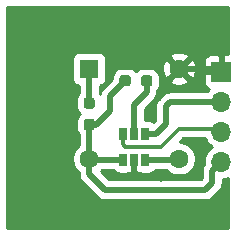
<source format=gbr>
%TF.GenerationSoftware,KiCad,Pcbnew,(5.1.9-0-10_14)*%
%TF.CreationDate,2021-09-10T16:08:35-07:00*%
%TF.ProjectId,CLOCK-MODULE,434c4f43-4b2d-44d4-9f44-554c452e6b69,rev?*%
%TF.SameCoordinates,Original*%
%TF.FileFunction,Copper,L1,Top*%
%TF.FilePolarity,Positive*%
%FSLAX46Y46*%
G04 Gerber Fmt 4.6, Leading zero omitted, Abs format (unit mm)*
G04 Created by KiCad (PCBNEW (5.1.9-0-10_14)) date 2021-09-10 16:08:35*
%MOMM*%
%LPD*%
G01*
G04 APERTURE LIST*
%TA.AperFunction,ComponentPad*%
%ADD10O,1.700000X1.700000*%
%TD*%
%TA.AperFunction,ComponentPad*%
%ADD11R,1.700000X1.700000*%
%TD*%
%TA.AperFunction,SMDPad,CuDef*%
%ADD12R,0.650000X1.060000*%
%TD*%
%TA.AperFunction,ComponentPad*%
%ADD13R,1.600000X1.600000*%
%TD*%
%TA.AperFunction,ComponentPad*%
%ADD14C,1.600000*%
%TD*%
%TA.AperFunction,ViaPad*%
%ADD15C,0.800000*%
%TD*%
%TA.AperFunction,Conductor*%
%ADD16C,0.500000*%
%TD*%
%TA.AperFunction,Conductor*%
%ADD17C,0.350000*%
%TD*%
%TA.AperFunction,Conductor*%
%ADD18C,0.254000*%
%TD*%
%TA.AperFunction,Conductor*%
%ADD19C,0.100000*%
%TD*%
G04 APERTURE END LIST*
D10*
%TO.P,J1,4*%
%TO.N,/5V*%
X8776000Y-3744000D03*
%TO.P,J1,3*%
%TO.N,/3V3*%
X8776000Y-1204000D03*
%TO.P,J1,2*%
%TO.N,/CLK_OUT*%
X8776000Y1336000D03*
D11*
%TO.P,J1,1*%
%TO.N,/GND*%
X8776000Y3876000D03*
%TD*%
%TO.P,R2,2*%
%TO.N,/5V*%
%TA.AperFunction,SMDPad,CuDef*%
G36*
G01*
X-2637500Y-105000D02*
X-2162500Y-105000D01*
G75*
G02*
X-1925000Y-342500I0J-237500D01*
G01*
X-1925000Y-842500D01*
G75*
G02*
X-2162500Y-1080000I-237500J0D01*
G01*
X-2637500Y-1080000D01*
G75*
G02*
X-2875000Y-842500I0J237500D01*
G01*
X-2875000Y-342500D01*
G75*
G02*
X-2637500Y-105000I237500J0D01*
G01*
G37*
%TD.AperFunction*%
%TO.P,R2,1*%
%TO.N,/OSC-EN*%
%TA.AperFunction,SMDPad,CuDef*%
G36*
G01*
X-2637500Y1720000D02*
X-2162500Y1720000D01*
G75*
G02*
X-1925000Y1482500I0J-237500D01*
G01*
X-1925000Y982500D01*
G75*
G02*
X-2162500Y745000I-237500J0D01*
G01*
X-2637500Y745000D01*
G75*
G02*
X-2875000Y982500I0J237500D01*
G01*
X-2875000Y1482500D01*
G75*
G02*
X-2637500Y1720000I237500J0D01*
G01*
G37*
%TD.AperFunction*%
%TD*%
%TO.P,R1,2*%
%TO.N,/5V*%
%TA.AperFunction,SMDPad,CuDef*%
G36*
G01*
X1135500Y3351500D02*
X1135500Y2876500D01*
G75*
G02*
X898000Y2639000I-237500J0D01*
G01*
X398000Y2639000D01*
G75*
G02*
X160500Y2876500I0J237500D01*
G01*
X160500Y3351500D01*
G75*
G02*
X398000Y3589000I237500J0D01*
G01*
X898000Y3589000D01*
G75*
G02*
X1135500Y3351500I0J-237500D01*
G01*
G37*
%TD.AperFunction*%
%TO.P,R1,1*%
%TO.N,Net-(R1-Pad1)*%
%TA.AperFunction,SMDPad,CuDef*%
G36*
G01*
X2960500Y3351500D02*
X2960500Y2876500D01*
G75*
G02*
X2723000Y2639000I-237500J0D01*
G01*
X2223000Y2639000D01*
G75*
G02*
X1985500Y2876500I0J237500D01*
G01*
X1985500Y3351500D01*
G75*
G02*
X2223000Y3589000I237500J0D01*
G01*
X2723000Y3589000D01*
G75*
G02*
X2960500Y3351500I0J-237500D01*
G01*
G37*
%TD.AperFunction*%
%TD*%
D12*
%TO.P,U1,1*%
%TO.N,/5V*%
X460000Y-3574000D03*
%TO.P,U1,2*%
%TO.N,/GND*%
X1410000Y-3574000D03*
%TO.P,U1,3*%
%TO.N,/CLK-TO-LS*%
X2360000Y-3574000D03*
%TO.P,U1,4*%
%TO.N,/CLK_OUT*%
X2360000Y-1374000D03*
%TO.P,U1,6*%
%TO.N,/3V3*%
X460000Y-1374000D03*
%TO.P,U1,5*%
%TO.N,Net-(R1-Pad1)*%
X1410000Y-1374000D03*
%TD*%
D13*
%TO.P,X1,1*%
%TO.N,/OSC-EN*%
X-2400000Y4130000D03*
D14*
%TO.P,X1,8*%
%TO.N,/5V*%
X-2400000Y-3490000D03*
%TO.P,X1,5*%
%TO.N,/CLK-TO-LS*%
X5220000Y-3490000D03*
%TO.P,X1,4*%
%TO.N,/GND*%
X5220000Y4130000D03*
%TD*%
D15*
%TO.N,/GND*%
X3696000Y-5014000D03*
X902000Y5654000D03*
X-4178000Y320000D03*
%TD*%
D16*
%TO.N,Net-(R1-Pad1)*%
X1410000Y-1374000D02*
X1410000Y1082000D01*
X2473000Y2145000D02*
X2473000Y3114000D01*
X1410000Y1082000D02*
X2473000Y2145000D01*
D17*
%TO.N,/3V3*%
X460000Y-2254000D02*
X680000Y-2474000D01*
X460000Y-1374000D02*
X460000Y-2254000D01*
X680000Y-2474000D02*
X3696000Y-2474000D01*
X3696000Y-2474000D02*
X5220000Y-950000D01*
X8522000Y-950000D02*
X8776000Y-1204000D01*
X5220000Y-950000D02*
X8522000Y-950000D01*
D16*
%TO.N,/CLK_OUT*%
X2360000Y-1374000D02*
X3272000Y-1374000D01*
X5982000Y1336000D02*
X8776000Y1336000D01*
X4077000Y-569000D02*
X4077000Y955000D01*
X3272000Y-1374000D02*
X4077000Y-569000D01*
X4458000Y1336000D02*
X5982000Y1336000D01*
X4077000Y955000D02*
X4458000Y1336000D01*
%TO.N,/5V*%
X-2400000Y-592500D02*
X-2400000Y-3490000D01*
X-2316000Y-3574000D02*
X-2400000Y-3490000D01*
X460000Y-3574000D02*
X-2316000Y-3574000D01*
X-1788500Y-592500D02*
X-2400000Y-592500D01*
X-622000Y574000D02*
X-1788500Y-592500D01*
X-622000Y1844000D02*
X-622000Y574000D01*
X648000Y3114000D02*
X-622000Y1844000D01*
X-2400000Y-3490000D02*
X-2400000Y-4760000D01*
X-1041999Y-6118001D02*
X7417999Y-6118001D01*
X-2400000Y-4760000D02*
X-1041999Y-6118001D01*
X7417999Y-6118001D02*
X8014000Y-5522000D01*
X8014000Y-4506000D02*
X8776000Y-3744000D01*
X8014000Y-5522000D02*
X8014000Y-4506000D01*
%TO.N,/OSC-EN*%
X-2400000Y1232500D02*
X-2400000Y4130000D01*
%TO.N,/GND*%
X8522000Y4130000D02*
X8776000Y3876000D01*
X5220000Y4130000D02*
X8522000Y4130000D01*
X1410000Y-4604000D02*
X1410000Y-3574000D01*
X1820000Y-5014000D02*
X1410000Y-4604000D01*
X3696000Y-5014000D02*
X1820000Y-5014000D01*
X3696000Y-5014000D02*
X6236000Y-5014000D01*
%TO.N,/CLK-TO-LS*%
X5136000Y-3574000D02*
X5220000Y-3490000D01*
X2360000Y-3574000D02*
X5136000Y-3574000D01*
%TD*%
D18*
%TO.N,/GND*%
X9340001Y5362515D02*
X9061750Y5361000D01*
X8903000Y5202250D01*
X8903000Y4003000D01*
X8923000Y4003000D01*
X8923000Y3749000D01*
X8903000Y3749000D01*
X8903000Y3729000D01*
X8649000Y3729000D01*
X8649000Y3749000D01*
X7449750Y3749000D01*
X7291000Y3590250D01*
X7287928Y3026000D01*
X7300188Y2901518D01*
X7336498Y2781820D01*
X7395463Y2671506D01*
X7474815Y2574815D01*
X7571506Y2495463D01*
X7681820Y2436498D01*
X7754380Y2414487D01*
X7622525Y2282632D01*
X7581344Y2221000D01*
X4501465Y2221000D01*
X4457999Y2225281D01*
X4414533Y2221000D01*
X4414523Y2221000D01*
X4284510Y2208195D01*
X4117687Y2157589D01*
X3963941Y2075411D01*
X3829183Y1964817D01*
X3801466Y1931044D01*
X3481952Y1611530D01*
X3448184Y1583817D01*
X3420471Y1550049D01*
X3420468Y1550046D01*
X3337590Y1449059D01*
X3255412Y1295313D01*
X3204805Y1128490D01*
X3187719Y955000D01*
X3192001Y911521D01*
X3192000Y-202421D01*
X3062268Y-332153D01*
X3039494Y-313463D01*
X2929180Y-254498D01*
X2809482Y-218188D01*
X2685000Y-205928D01*
X2295000Y-205928D01*
X2295000Y715422D01*
X3068050Y1488471D01*
X3101817Y1516183D01*
X3150957Y1576059D01*
X3212410Y1650940D01*
X3212411Y1650941D01*
X3294589Y1804687D01*
X3345195Y1971510D01*
X3358000Y2101523D01*
X3358000Y2101533D01*
X3362281Y2144999D01*
X3358000Y2188466D01*
X3358000Y2276723D01*
X3451012Y2390058D01*
X3531923Y2541433D01*
X3581748Y2705684D01*
X3598572Y2876500D01*
X3598572Y3137298D01*
X4406903Y3137298D01*
X4478486Y2893329D01*
X4733996Y2772429D01*
X5008184Y2703700D01*
X5290512Y2689783D01*
X5570130Y2731213D01*
X5836292Y2826397D01*
X5961514Y2893329D01*
X6033097Y3137298D01*
X5220000Y3950395D01*
X4406903Y3137298D01*
X3598572Y3137298D01*
X3598572Y3351500D01*
X3581748Y3522316D01*
X3531923Y3686567D01*
X3451012Y3837942D01*
X3342123Y3970623D01*
X3233842Y4059488D01*
X3779783Y4059488D01*
X3821213Y3779870D01*
X3916397Y3513708D01*
X3983329Y3388486D01*
X4227298Y3316903D01*
X5040395Y4130000D01*
X5399605Y4130000D01*
X6212702Y3316903D01*
X6456671Y3388486D01*
X6577571Y3643996D01*
X6646300Y3918184D01*
X6660217Y4200512D01*
X6618787Y4480130D01*
X6530860Y4726000D01*
X7287928Y4726000D01*
X7291000Y4161750D01*
X7449750Y4003000D01*
X8649000Y4003000D01*
X8649000Y5202250D01*
X8490250Y5361000D01*
X7926000Y5364072D01*
X7801518Y5351812D01*
X7681820Y5315502D01*
X7571506Y5256537D01*
X7474815Y5177185D01*
X7395463Y5080494D01*
X7336498Y4970180D01*
X7300188Y4850482D01*
X7287928Y4726000D01*
X6530860Y4726000D01*
X6523603Y4746292D01*
X6456671Y4871514D01*
X6212702Y4943097D01*
X5399605Y4130000D01*
X5040395Y4130000D01*
X4227298Y4943097D01*
X3983329Y4871514D01*
X3862429Y4616004D01*
X3793700Y4341816D01*
X3779783Y4059488D01*
X3233842Y4059488D01*
X3209442Y4079512D01*
X3058067Y4160423D01*
X2893816Y4210248D01*
X2723000Y4227072D01*
X2223000Y4227072D01*
X2052184Y4210248D01*
X1887933Y4160423D01*
X1736558Y4079512D01*
X1603877Y3970623D01*
X1560500Y3917768D01*
X1517123Y3970623D01*
X1384442Y4079512D01*
X1233067Y4160423D01*
X1068816Y4210248D01*
X898000Y4227072D01*
X398000Y4227072D01*
X227184Y4210248D01*
X62933Y4160423D01*
X-88442Y4079512D01*
X-221123Y3970623D01*
X-330012Y3837942D01*
X-410923Y3686567D01*
X-460748Y3522316D01*
X-477572Y3351500D01*
X-477572Y3240007D01*
X-1217044Y2500534D01*
X-1250817Y2472817D01*
X-1361411Y2338058D01*
X-1443589Y2184312D01*
X-1468673Y2101623D01*
X-1488834Y2035162D01*
X-1515000Y2067046D01*
X-1515000Y2700299D01*
X-1475518Y2704188D01*
X-1355820Y2740498D01*
X-1245506Y2799463D01*
X-1148815Y2878815D01*
X-1069463Y2975506D01*
X-1010498Y3085820D01*
X-974188Y3205518D01*
X-961928Y3330000D01*
X-961928Y4930000D01*
X-974188Y5054482D01*
X-994882Y5122702D01*
X4406903Y5122702D01*
X5220000Y4309605D01*
X6033097Y5122702D01*
X5961514Y5366671D01*
X5706004Y5487571D01*
X5431816Y5556300D01*
X5149488Y5570217D01*
X4869870Y5528787D01*
X4603708Y5433603D01*
X4478486Y5366671D01*
X4406903Y5122702D01*
X-994882Y5122702D01*
X-1010498Y5174180D01*
X-1069463Y5284494D01*
X-1148815Y5381185D01*
X-1245506Y5460537D01*
X-1355820Y5519502D01*
X-1475518Y5555812D01*
X-1600000Y5568072D01*
X-3200000Y5568072D01*
X-3324482Y5555812D01*
X-3444180Y5519502D01*
X-3554494Y5460537D01*
X-3651185Y5381185D01*
X-3730537Y5284494D01*
X-3789502Y5174180D01*
X-3825812Y5054482D01*
X-3838072Y4930000D01*
X-3838072Y3330000D01*
X-3825812Y3205518D01*
X-3789502Y3085820D01*
X-3730537Y2975506D01*
X-3651185Y2878815D01*
X-3554494Y2799463D01*
X-3444180Y2740498D01*
X-3324482Y2704188D01*
X-3284999Y2700299D01*
X-3285000Y2067046D01*
X-3365512Y1968942D01*
X-3446423Y1817567D01*
X-3496248Y1653316D01*
X-3513072Y1482500D01*
X-3513072Y982500D01*
X-3496248Y811684D01*
X-3446423Y647433D01*
X-3365512Y496058D01*
X-3256623Y363377D01*
X-3203768Y320000D01*
X-3256623Y276623D01*
X-3365512Y143942D01*
X-3446423Y-7433D01*
X-3496248Y-171684D01*
X-3513072Y-342500D01*
X-3513072Y-842500D01*
X-3496248Y-1013316D01*
X-3446423Y-1177567D01*
X-3365512Y-1328942D01*
X-3285000Y-1427046D01*
X-3284999Y-2355478D01*
X-3314759Y-2375363D01*
X-3514637Y-2575241D01*
X-3671680Y-2810273D01*
X-3779853Y-3071426D01*
X-3835000Y-3348665D01*
X-3835000Y-3631335D01*
X-3779853Y-3908574D01*
X-3671680Y-4169727D01*
X-3514637Y-4404759D01*
X-3314759Y-4604637D01*
X-3284999Y-4624522D01*
X-3284999Y-4716522D01*
X-3289281Y-4760000D01*
X-3272195Y-4933490D01*
X-3221588Y-5100313D01*
X-3139410Y-5254059D01*
X-3056532Y-5355046D01*
X-3056529Y-5355049D01*
X-3028816Y-5388817D01*
X-2995049Y-5416529D01*
X-1698529Y-6713050D01*
X-1670816Y-6746818D01*
X-1637048Y-6774531D01*
X-1637046Y-6774533D01*
X-1565547Y-6833211D01*
X-1536058Y-6857412D01*
X-1382312Y-6939590D01*
X-1215489Y-6990196D01*
X-1085476Y-7003001D01*
X-1085466Y-7003001D01*
X-1042000Y-7007282D01*
X-998534Y-7003001D01*
X7374530Y-7003001D01*
X7417999Y-7007282D01*
X7461468Y-7003001D01*
X7461476Y-7003001D01*
X7591489Y-6990196D01*
X7758312Y-6939590D01*
X7912058Y-6857412D01*
X8046816Y-6746818D01*
X8074533Y-6713045D01*
X8609050Y-6178529D01*
X8642817Y-6150817D01*
X8753411Y-6016059D01*
X8835589Y-5862313D01*
X8886195Y-5695490D01*
X8899000Y-5565477D01*
X8899000Y-5565469D01*
X8903281Y-5522000D01*
X8899000Y-5478531D01*
X8899000Y-5229000D01*
X8922260Y-5229000D01*
X9209158Y-5171932D01*
X9340000Y-5117736D01*
X9340000Y-9340000D01*
X-9340000Y-9340000D01*
X-9340000Y9340000D01*
X9340001Y9340000D01*
X9340001Y5362515D01*
%TA.AperFunction,Conductor*%
D19*
G36*
X9340001Y5362515D02*
G01*
X9061750Y5361000D01*
X8903000Y5202250D01*
X8903000Y4003000D01*
X8923000Y4003000D01*
X8923000Y3749000D01*
X8903000Y3749000D01*
X8903000Y3729000D01*
X8649000Y3729000D01*
X8649000Y3749000D01*
X7449750Y3749000D01*
X7291000Y3590250D01*
X7287928Y3026000D01*
X7300188Y2901518D01*
X7336498Y2781820D01*
X7395463Y2671506D01*
X7474815Y2574815D01*
X7571506Y2495463D01*
X7681820Y2436498D01*
X7754380Y2414487D01*
X7622525Y2282632D01*
X7581344Y2221000D01*
X4501465Y2221000D01*
X4457999Y2225281D01*
X4414533Y2221000D01*
X4414523Y2221000D01*
X4284510Y2208195D01*
X4117687Y2157589D01*
X3963941Y2075411D01*
X3829183Y1964817D01*
X3801466Y1931044D01*
X3481952Y1611530D01*
X3448184Y1583817D01*
X3420471Y1550049D01*
X3420468Y1550046D01*
X3337590Y1449059D01*
X3255412Y1295313D01*
X3204805Y1128490D01*
X3187719Y955000D01*
X3192001Y911521D01*
X3192000Y-202421D01*
X3062268Y-332153D01*
X3039494Y-313463D01*
X2929180Y-254498D01*
X2809482Y-218188D01*
X2685000Y-205928D01*
X2295000Y-205928D01*
X2295000Y715422D01*
X3068050Y1488471D01*
X3101817Y1516183D01*
X3150957Y1576059D01*
X3212410Y1650940D01*
X3212411Y1650941D01*
X3294589Y1804687D01*
X3345195Y1971510D01*
X3358000Y2101523D01*
X3358000Y2101533D01*
X3362281Y2144999D01*
X3358000Y2188466D01*
X3358000Y2276723D01*
X3451012Y2390058D01*
X3531923Y2541433D01*
X3581748Y2705684D01*
X3598572Y2876500D01*
X3598572Y3137298D01*
X4406903Y3137298D01*
X4478486Y2893329D01*
X4733996Y2772429D01*
X5008184Y2703700D01*
X5290512Y2689783D01*
X5570130Y2731213D01*
X5836292Y2826397D01*
X5961514Y2893329D01*
X6033097Y3137298D01*
X5220000Y3950395D01*
X4406903Y3137298D01*
X3598572Y3137298D01*
X3598572Y3351500D01*
X3581748Y3522316D01*
X3531923Y3686567D01*
X3451012Y3837942D01*
X3342123Y3970623D01*
X3233842Y4059488D01*
X3779783Y4059488D01*
X3821213Y3779870D01*
X3916397Y3513708D01*
X3983329Y3388486D01*
X4227298Y3316903D01*
X5040395Y4130000D01*
X5399605Y4130000D01*
X6212702Y3316903D01*
X6456671Y3388486D01*
X6577571Y3643996D01*
X6646300Y3918184D01*
X6660217Y4200512D01*
X6618787Y4480130D01*
X6530860Y4726000D01*
X7287928Y4726000D01*
X7291000Y4161750D01*
X7449750Y4003000D01*
X8649000Y4003000D01*
X8649000Y5202250D01*
X8490250Y5361000D01*
X7926000Y5364072D01*
X7801518Y5351812D01*
X7681820Y5315502D01*
X7571506Y5256537D01*
X7474815Y5177185D01*
X7395463Y5080494D01*
X7336498Y4970180D01*
X7300188Y4850482D01*
X7287928Y4726000D01*
X6530860Y4726000D01*
X6523603Y4746292D01*
X6456671Y4871514D01*
X6212702Y4943097D01*
X5399605Y4130000D01*
X5040395Y4130000D01*
X4227298Y4943097D01*
X3983329Y4871514D01*
X3862429Y4616004D01*
X3793700Y4341816D01*
X3779783Y4059488D01*
X3233842Y4059488D01*
X3209442Y4079512D01*
X3058067Y4160423D01*
X2893816Y4210248D01*
X2723000Y4227072D01*
X2223000Y4227072D01*
X2052184Y4210248D01*
X1887933Y4160423D01*
X1736558Y4079512D01*
X1603877Y3970623D01*
X1560500Y3917768D01*
X1517123Y3970623D01*
X1384442Y4079512D01*
X1233067Y4160423D01*
X1068816Y4210248D01*
X898000Y4227072D01*
X398000Y4227072D01*
X227184Y4210248D01*
X62933Y4160423D01*
X-88442Y4079512D01*
X-221123Y3970623D01*
X-330012Y3837942D01*
X-410923Y3686567D01*
X-460748Y3522316D01*
X-477572Y3351500D01*
X-477572Y3240007D01*
X-1217044Y2500534D01*
X-1250817Y2472817D01*
X-1361411Y2338058D01*
X-1443589Y2184312D01*
X-1468673Y2101623D01*
X-1488834Y2035162D01*
X-1515000Y2067046D01*
X-1515000Y2700299D01*
X-1475518Y2704188D01*
X-1355820Y2740498D01*
X-1245506Y2799463D01*
X-1148815Y2878815D01*
X-1069463Y2975506D01*
X-1010498Y3085820D01*
X-974188Y3205518D01*
X-961928Y3330000D01*
X-961928Y4930000D01*
X-974188Y5054482D01*
X-994882Y5122702D01*
X4406903Y5122702D01*
X5220000Y4309605D01*
X6033097Y5122702D01*
X5961514Y5366671D01*
X5706004Y5487571D01*
X5431816Y5556300D01*
X5149488Y5570217D01*
X4869870Y5528787D01*
X4603708Y5433603D01*
X4478486Y5366671D01*
X4406903Y5122702D01*
X-994882Y5122702D01*
X-1010498Y5174180D01*
X-1069463Y5284494D01*
X-1148815Y5381185D01*
X-1245506Y5460537D01*
X-1355820Y5519502D01*
X-1475518Y5555812D01*
X-1600000Y5568072D01*
X-3200000Y5568072D01*
X-3324482Y5555812D01*
X-3444180Y5519502D01*
X-3554494Y5460537D01*
X-3651185Y5381185D01*
X-3730537Y5284494D01*
X-3789502Y5174180D01*
X-3825812Y5054482D01*
X-3838072Y4930000D01*
X-3838072Y3330000D01*
X-3825812Y3205518D01*
X-3789502Y3085820D01*
X-3730537Y2975506D01*
X-3651185Y2878815D01*
X-3554494Y2799463D01*
X-3444180Y2740498D01*
X-3324482Y2704188D01*
X-3284999Y2700299D01*
X-3285000Y2067046D01*
X-3365512Y1968942D01*
X-3446423Y1817567D01*
X-3496248Y1653316D01*
X-3513072Y1482500D01*
X-3513072Y982500D01*
X-3496248Y811684D01*
X-3446423Y647433D01*
X-3365512Y496058D01*
X-3256623Y363377D01*
X-3203768Y320000D01*
X-3256623Y276623D01*
X-3365512Y143942D01*
X-3446423Y-7433D01*
X-3496248Y-171684D01*
X-3513072Y-342500D01*
X-3513072Y-842500D01*
X-3496248Y-1013316D01*
X-3446423Y-1177567D01*
X-3365512Y-1328942D01*
X-3285000Y-1427046D01*
X-3284999Y-2355478D01*
X-3314759Y-2375363D01*
X-3514637Y-2575241D01*
X-3671680Y-2810273D01*
X-3779853Y-3071426D01*
X-3835000Y-3348665D01*
X-3835000Y-3631335D01*
X-3779853Y-3908574D01*
X-3671680Y-4169727D01*
X-3514637Y-4404759D01*
X-3314759Y-4604637D01*
X-3284999Y-4624522D01*
X-3284999Y-4716522D01*
X-3289281Y-4760000D01*
X-3272195Y-4933490D01*
X-3221588Y-5100313D01*
X-3139410Y-5254059D01*
X-3056532Y-5355046D01*
X-3056529Y-5355049D01*
X-3028816Y-5388817D01*
X-2995049Y-5416529D01*
X-1698529Y-6713050D01*
X-1670816Y-6746818D01*
X-1637048Y-6774531D01*
X-1637046Y-6774533D01*
X-1565547Y-6833211D01*
X-1536058Y-6857412D01*
X-1382312Y-6939590D01*
X-1215489Y-6990196D01*
X-1085476Y-7003001D01*
X-1085466Y-7003001D01*
X-1042000Y-7007282D01*
X-998534Y-7003001D01*
X7374530Y-7003001D01*
X7417999Y-7007282D01*
X7461468Y-7003001D01*
X7461476Y-7003001D01*
X7591489Y-6990196D01*
X7758312Y-6939590D01*
X7912058Y-6857412D01*
X8046816Y-6746818D01*
X8074533Y-6713045D01*
X8609050Y-6178529D01*
X8642817Y-6150817D01*
X8753411Y-6016059D01*
X8835589Y-5862313D01*
X8886195Y-5695490D01*
X8899000Y-5565477D01*
X8899000Y-5565469D01*
X8903281Y-5522000D01*
X8899000Y-5478531D01*
X8899000Y-5229000D01*
X8922260Y-5229000D01*
X9209158Y-5171932D01*
X9340000Y-5117736D01*
X9340000Y-9340000D01*
X-9340000Y-9340000D01*
X-9340000Y9340000D01*
X9340001Y9340000D01*
X9340001Y5362515D01*
G37*
%TD.AperFunction*%
D18*
X7460010Y-1907411D02*
X7622525Y-2150632D01*
X7829368Y-2357475D01*
X8003760Y-2474000D01*
X7829368Y-2590525D01*
X7622525Y-2797368D01*
X7460010Y-3040589D01*
X7348068Y-3310842D01*
X7291000Y-3597740D01*
X7291000Y-3890260D01*
X7307281Y-3972107D01*
X7274590Y-4011941D01*
X7192412Y-4165687D01*
X7141805Y-4332510D01*
X7124719Y-4506000D01*
X7129001Y-4549478D01*
X7129000Y-5155421D01*
X7051421Y-5233001D01*
X-675420Y-5233001D01*
X-1394513Y-4513909D01*
X-1339604Y-4459000D01*
X-395122Y-4459000D01*
X-316185Y-4555185D01*
X-219494Y-4634537D01*
X-109180Y-4693502D01*
X10518Y-4729812D01*
X135000Y-4742072D01*
X785000Y-4742072D01*
X909482Y-4729812D01*
X935000Y-4722071D01*
X960518Y-4729812D01*
X1085000Y-4742072D01*
X1124250Y-4739000D01*
X1283000Y-4580250D01*
X1283000Y-4498141D01*
X1315537Y-4458494D01*
X1374502Y-4348180D01*
X1410000Y-4231159D01*
X1445498Y-4348180D01*
X1504463Y-4458494D01*
X1537000Y-4498141D01*
X1537000Y-4580250D01*
X1695750Y-4739000D01*
X1735000Y-4742072D01*
X1859482Y-4729812D01*
X1885000Y-4722071D01*
X1910518Y-4729812D01*
X2035000Y-4742072D01*
X2685000Y-4742072D01*
X2809482Y-4729812D01*
X2929180Y-4693502D01*
X3039494Y-4634537D01*
X3136185Y-4555185D01*
X3215122Y-4459000D01*
X4159604Y-4459000D01*
X4305241Y-4604637D01*
X4540273Y-4761680D01*
X4801426Y-4869853D01*
X5078665Y-4925000D01*
X5361335Y-4925000D01*
X5638574Y-4869853D01*
X5899727Y-4761680D01*
X6134759Y-4604637D01*
X6334637Y-4404759D01*
X6491680Y-4169727D01*
X6599853Y-3908574D01*
X6655000Y-3631335D01*
X6655000Y-3348665D01*
X6599853Y-3071426D01*
X6491680Y-2810273D01*
X6334637Y-2575241D01*
X6134759Y-2375363D01*
X5899727Y-2218320D01*
X5638574Y-2110147D01*
X5361335Y-2055000D01*
X5260513Y-2055000D01*
X5555513Y-1760000D01*
X7398951Y-1760000D01*
X7460010Y-1907411D01*
%TA.AperFunction,Conductor*%
D19*
G36*
X7460010Y-1907411D02*
G01*
X7622525Y-2150632D01*
X7829368Y-2357475D01*
X8003760Y-2474000D01*
X7829368Y-2590525D01*
X7622525Y-2797368D01*
X7460010Y-3040589D01*
X7348068Y-3310842D01*
X7291000Y-3597740D01*
X7291000Y-3890260D01*
X7307281Y-3972107D01*
X7274590Y-4011941D01*
X7192412Y-4165687D01*
X7141805Y-4332510D01*
X7124719Y-4506000D01*
X7129001Y-4549478D01*
X7129000Y-5155421D01*
X7051421Y-5233001D01*
X-675420Y-5233001D01*
X-1394513Y-4513909D01*
X-1339604Y-4459000D01*
X-395122Y-4459000D01*
X-316185Y-4555185D01*
X-219494Y-4634537D01*
X-109180Y-4693502D01*
X10518Y-4729812D01*
X135000Y-4742072D01*
X785000Y-4742072D01*
X909482Y-4729812D01*
X935000Y-4722071D01*
X960518Y-4729812D01*
X1085000Y-4742072D01*
X1124250Y-4739000D01*
X1283000Y-4580250D01*
X1283000Y-4498141D01*
X1315537Y-4458494D01*
X1374502Y-4348180D01*
X1410000Y-4231159D01*
X1445498Y-4348180D01*
X1504463Y-4458494D01*
X1537000Y-4498141D01*
X1537000Y-4580250D01*
X1695750Y-4739000D01*
X1735000Y-4742072D01*
X1859482Y-4729812D01*
X1885000Y-4722071D01*
X1910518Y-4729812D01*
X2035000Y-4742072D01*
X2685000Y-4742072D01*
X2809482Y-4729812D01*
X2929180Y-4693502D01*
X3039494Y-4634537D01*
X3136185Y-4555185D01*
X3215122Y-4459000D01*
X4159604Y-4459000D01*
X4305241Y-4604637D01*
X4540273Y-4761680D01*
X4801426Y-4869853D01*
X5078665Y-4925000D01*
X5361335Y-4925000D01*
X5638574Y-4869853D01*
X5899727Y-4761680D01*
X6134759Y-4604637D01*
X6334637Y-4404759D01*
X6491680Y-4169727D01*
X6599853Y-3908574D01*
X6655000Y-3631335D01*
X6655000Y-3348665D01*
X6599853Y-3071426D01*
X6491680Y-2810273D01*
X6334637Y-2575241D01*
X6134759Y-2375363D01*
X5899727Y-2218320D01*
X5638574Y-2110147D01*
X5361335Y-2055000D01*
X5260513Y-2055000D01*
X5555513Y-1760000D01*
X7398951Y-1760000D01*
X7460010Y-1907411D01*
G37*
%TD.AperFunction*%
%TD*%
M02*

</source>
